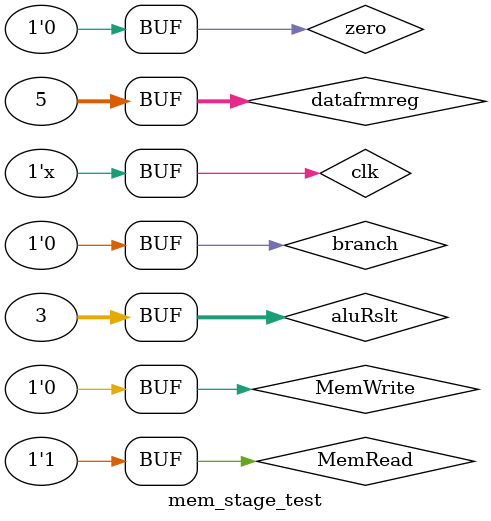
<source format=v>
`timescale 1ns / 1ps


module mem_stage_test;

	// Inputs
	reg clk;
	reg zero;
	reg branch;
	reg MemRead;
	reg MemWrite;
	reg [31:0] aluRslt;
	reg [31:0] datafrmreg;

	// Outputs
	wire hit;
	wire pcSrc;
	wire [31:0] readdata;
	wire [31:0] aluRsltt;

	// Instantiate the Unit Under Test (UUT)
	memoryStage uut (
		.clk(clk), 
		.zero(zero), 
		.branch(branch), 
		.MemRead(MemRead), 
		.MemWrite(MemWrite), 
		.aluRslt(aluRslt), 
		.datafrmreg(datafrmreg), 
		.hit(hit), 
		.pcSrc(pcSrc), 
		.readdata(readdata), 
		.aluRsltt(aluRsltt)
	);

	initial begin
		// Initialize Inputs
		clk = 0;
		zero = 0;
		branch = 0;
		MemRead = 0;
		MemWrite = 1;
		aluRslt = 3;
		datafrmreg = 5;

		// Wait 100 ns for global reset to finish
		#100;
		MemRead = 1;
		MemWrite = 0;
        
		// Add stimulus here

	end
	
	always
	begin
		#50
		clk = ~clk;
	end
      
endmodule


</source>
